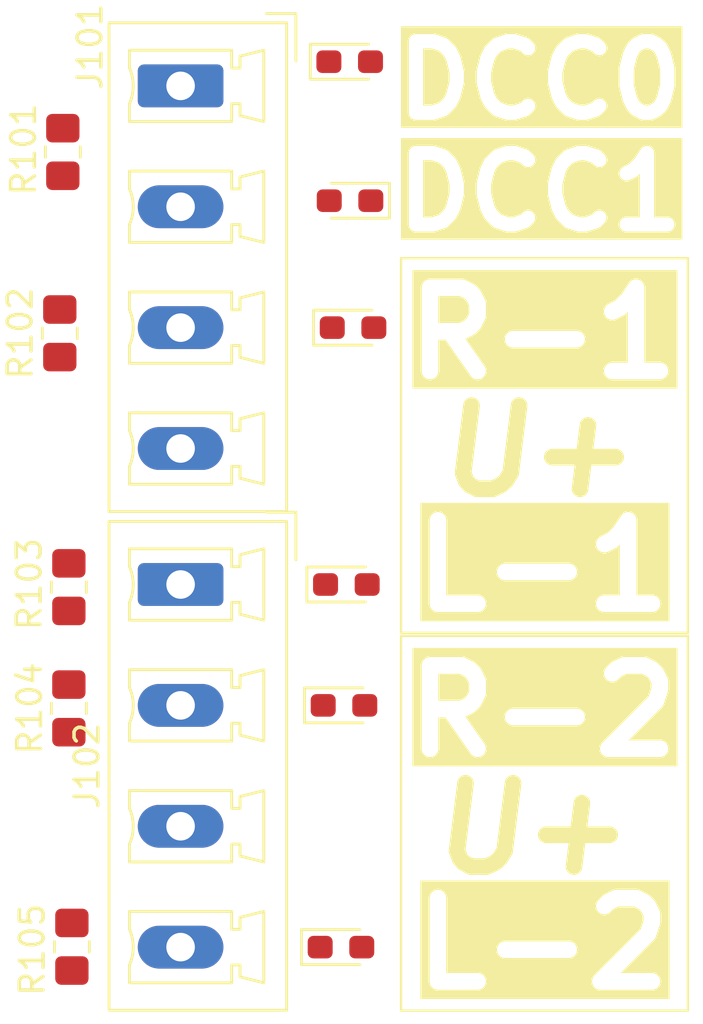
<source format=kicad_pcb>
(kicad_pcb (version 20240108) (generator "pcbnew") (generator_version "8.0")
  (layers (0 "F.Cu" signal) (31 "B.Cu" signal) (34 "B.Paste" user) (35 "F.Paste" user) (36 "B.SilkS" user "B.Silkscreen") (37 "F.SilkS" user "F.Silkscreen") (38 "B.Mask" user) (39 "F.Mask" user) (44 "Edge.Cuts" user))
  (net 0 "")
  (net 1 "/DCC0")
  (net 2 "/U+")
  (net 3 "/DCC1")
  (net 4 "Net-(D101-K)")
  (net 5 "Net-(D103-K)")
  (net 6 "Net-(D104-K)")
  (net 7 "Net-(D105-K)")
  (net 8 "Net-(D106-K)")
  (net 9 "/AMP_FUNC0")
  (net 10 "/AMP_FUNC1")
  (net 11 "/AMP_FUNC2")
  (net 12 "/AMP_FUNC3")
  (footprint "LED_SMD:LED_0603_1608Metric_Pad1.05x0.95mm_HandSolder" (layer "F.Cu") (at 92.597 63.754)
    (property "Reference" "D103" (hide yes))
    (property "Value" "LED_RED")
    (fp_line (start -1.66 -0.735) (end -1.66 0.735) (stroke (width 0.12)) (layer "F.SilkS"))
    (fp_line (start -1.66 0.735) (end 0.8 0.735) (stroke (width 0.12)) (layer "F.SilkS"))
    (fp_line (start 0.8 -0.735) (end -1.66 -0.735) (stroke (width 0.12)) (layer "F.SilkS"))
    (pad "1" smd roundrect (at -0.875 0) (size 1.05 0.95) (layers "F.Cu" "F.Paste" "F.Mask") (net 5 "Net-(D103-K)"))
    (pad "2" smd roundrect (at 0.875 0) (size 1.05 0.95) (layers "F.Cu" "F.Paste" "F.Mask") (net 2 "/U+"))
  )
  (footprint "Resistor_SMD:R_0805_2012Metric_Pad1.20x1.40mm_HandSolder" (layer "F.Cu") (at 80.264 63.992 -90)
    (property "Reference" "R102" (at 0 1.667 90) (layer "F.SilkS"))
    (property "Value" "1k")
    (fp_line (start -0.227064 0.735) (end 0.227064 0.735) (stroke (width 0.12)) (layer "F.SilkS"))
    (fp_line (start -0.227064 -0.735) (end 0.227064 -0.735) (stroke (width 0.12)) (layer "F.SilkS"))
    (pad "1" smd roundrect (at -1 0 270) (size 1.2 1.4) (layers "F.Cu" "F.Paste" "F.Mask") (roundrect_rratio 0.208333) (net 9 "/AMP_FUNC0"))
    (pad "2" smd roundrect (at 1 0 270) (size 1.2 1.4) (layers "F.Cu" "F.Paste" "F.Mask") (roundrect_rratio 0.208333) (net 5 "Net-(D103-K)"))
  )
  (footprint "Resistor_SMD:R_0805_2012Metric_Pad1.20x1.40mm_HandSolder" (layer "F.Cu") (at 80.772 89.773 -90)
    (property "Reference" "R105" (at 0.127 1.667 90) (layer "F.SilkS"))
    (property "Value" "1k")
    (fp_line (start -0.227064 0.735) (end 0.227064 0.735) (stroke (width 0.12)) (layer "F.SilkS"))
    (fp_line (start -0.227064 -0.735) (end 0.227064 -0.735) (stroke (width 0.12)) (layer "F.SilkS"))
    (pad "1" smd roundrect (at -1 0 270) (size 1.2 1.4) (layers "F.Cu" "F.Paste" "F.Mask") (roundrect_rratio 0.208333) (net 12 "/AMP_FUNC3"))
    (pad "2" smd roundrect (at 1 0 270) (size 1.2 1.4) (layers "F.Cu" "F.Paste" "F.Mask") (roundrect_rratio 0.208333) (net 8 "Net-(D106-K)"))
  )
  (footprint "LED_SMD:LED_0603_1608Metric_Pad1.05x0.95mm_HandSolder" (layer "F.Cu") (at 92.456 52.578)
    (property "Reference" "D102" (hide yes))
    (property "Value" "LED_WHITE")
    (fp_line (start -1.66 -0.735) (end -1.66 0.735) (stroke (width 0.12)) (layer "F.SilkS"))
    (fp_line (start -1.66 0.735) (end 0.8 0.735) (stroke (width 0.12)) (layer "F.SilkS"))
    (fp_line (start 0.8 -0.735) (end -1.66 -0.735) (stroke (width 0.12)) (layer "F.SilkS"))
    (pad "1" smd roundrect (at -0.875 0) (size 1.05 0.95) (layers "F.Cu" "F.Paste" "F.Mask") (net 3 "/DCC1"))
    (pad "2" smd roundrect (at 0.875 0) (size 1.05 0.95) (layers "F.Cu" "F.Paste" "F.Mask") (net 4 "Net-(D101-K)"))
  )
  (footprint "Connector_Phoenix_MC_HighVoltage:PhoenixContact_MCV_1,5_4-G-5.08_1x04_P5.08mm_Vertical" (layer "F.Cu") (at 85.344 74.549 -90)
    (property "Reference" "J102" (at 7.62 3.937 90) (layer "F.SilkS"))
    (property "Value" "Conn_01x04")
    (fp_line (start 17.89 3.01) (end 17.89 -4.46) (stroke (width 0.12)) (layer "F.SilkS"))
    (fp_line (start -2.65 3.009999) (end 17.89 3.01) (stroke (width 0.12)) (layer "F.SilkS"))
    (fp_line (start 11.66 2.150001) (end 10.91 2.150001) (stroke (width 0.12)) (layer "F.SilkS"))
    (fp_line (start -1.5 2.15) (end -1.5 -2.15) (stroke (width 0.12)) (layer "F.SilkS"))
    (fp_line (start -0.750001 2.15) (end -1.5 2.15) (stroke (width 0.12)) (layer "F.SilkS"))
    (fp_line (start 1.5 2.15) (end 0.750001 2.15) (stroke (width 0.12)) (layer "F.SilkS"))
    (fp_line (start 3.58 2.15) (end 3.58 -2.15) (stroke (width 0.12)) (layer "F.SilkS"))
    (fp_line (start 4.33 2.15) (end 3.58 2.15) (stroke (width 0.12)) (layer "F.SilkS"))
    (fp_line (start 6.58 2.15) (end 5.83 2.15) (stroke (width 0.12)) (layer "F.SilkS"))
    (fp_line (start 8.66 2.15) (end 8.66 -2.15) (stroke (width 0.12)) (layer "F.SilkS"))
    (fp_line (start 9.41 2.15) (end 8.66 2.15) (stroke (width 0.12)) (layer "F.SilkS"))
    (fp_line (start 13.74 2.15) (end 13.74 -2.15) (stroke (width 0.12)) (layer "F.SilkS"))
    (fp_line (start 14.49 2.15) (end 13.74 2.15) (stroke (width 0.12)) (layer "F.SilkS"))
    (fp_line (start 16.74 2.15) (end 15.99 2.15) (stroke (width 0.12)) (layer "F.SilkS"))
    (fp_line (start -1.5 -2.15) (end -0.750001 -2.15) (stroke (width 0.12)) (layer "F.SilkS"))
    (fp_line (start -0.750001 -2.15) (end -0.75 -2.5) (stroke (width 0.12)) (layer "F.SilkS"))
    (fp_line (start 0.750001 -2.15) (end 1.5 -2.15) (stroke (width 0.12)) (layer "F.SilkS"))
    (fp_line (start 1.5 -2.15) (end 1.5 2.15) (stroke (width 0.12)) (layer "F.SilkS"))
    (fp_line (start 3.58 -2.15) (end 4.33 -2.15) (stroke (width 0.12)) (layer "F.SilkS"))
    (fp_line (start 4.33 -2.15) (end 4.329999 -2.5) (stroke (width 0.12)) (layer "F.SilkS"))
    (fp_line (start 5.83 -2.15) (end 6.58 -2.15) (stroke (width 0.12)) (layer "F.SilkS"))
    (fp_line (start 6.58 -2.15) (end 6.58 2.15) (stroke (width 0.12)) (layer "F.SilkS"))
    (fp_line (start 8.66 -2.15) (end 9.41 -2.15) (stroke (width 0.12)) (layer "F.SilkS"))
    (fp_line (start 9.41 -2.15) (end 9.41 -2.5) (stroke (width 0.12)) (layer "F.SilkS"))
    (fp_line (start 13.74 -2.15) (end 14.49 -2.15) (stroke (width 0.12)) (layer "F.SilkS"))
    (fp_line (start 14.49 -2.15) (end 14.49 -2.5) (stroke (width 0.12)) (layer "F.SilkS"))
    (fp_line (start 15.99 -2.15) (end 16.74 -2.15) (stroke (width 0.12)) (layer "F.SilkS"))
    (fp_line (start 16.74 -2.15) (end 16.74 2.15) (stroke (width 0.12)) (layer "F.SilkS"))
    (fp_line (start 10.91 -2.150001) (end 11.66 -2.150001) (stroke (width 0.12)) (layer "F.SilkS"))
    (fp_line (start 11.66 -2.150001) (end 11.66 2.150001) (stroke (width 0.12)) (layer "F.SilkS"))
    (fp_line (start -1.25 -2.499999) (end -1.5 -3.5) (stroke (width 0.12)) (layer "F.SilkS"))
    (fp_line (start 1.25 -2.499999) (end 0.75 -2.5) (stroke (width 0.12)) (layer "F.SilkS"))
    (fp_line (start 5.83 -2.499999) (end 5.83 -2.15) (stroke (width 0.12)) (layer "F.SilkS"))
    (fp_line (start -0.75 -2.5) (end -1.25 -2.499999) (stroke (width 0.12)) (layer "F.SilkS"))
    (fp_line (start 0.75 -2.5) (end 0.750001 -2.15) (stroke (width 0.12)) (layer "F.SilkS"))
    (fp_line (start 3.83 -2.5) (end 3.58 -3.5) (stroke (width 0.12)) (layer "F.SilkS"))
    (fp_line (start 4.329999 -2.5) (end 3.83 -2.5) (stroke (width 0.12)) (layer "F.SilkS"))
    (fp_line (start 6.33 -2.5) (end 5.83 -2.499999) (stroke (width 0.12)) (layer "F.SilkS"))
    (fp_line (start 8.909999 -2.5) (end 8.66 -3.5) (stroke (width 0.12)) (layer "F.SilkS"))
    (fp_line (start 9.41 -2.5) (end 8.909999 -2.5) (stroke (width 0.12)) (layer "F.SilkS"))
    (fp_line (start 10.91 -2.5) (end 10.91 -2.150001) (stroke (width 0.12)) (layer "F.SilkS"))
    (fp_line (start 11.409999 -2.5) (end 10.91 -2.5) (stroke (width 0.12)) (layer "F.SilkS"))
    (fp_line (start 13.99 -2.5) (end 13.74 -3.5) (stroke (width 0.12)) (layer "F.SilkS"))
    (fp_line (start 14.49 -2.5) (end 13.99 -2.5) (stroke (width 0.12)) (layer "F.SilkS"))
    (fp_line (start 15.989999 -2.5) (end 15.99 -2.15) (stroke (width 0.12)) (layer "F.SilkS"))
    (fp_line (start 16.49 -2.5) (end 15.989999 -2.5) (stroke (width 0.12)) (layer "F.SilkS"))
    (fp_line (start -1.5 -3.5) (end 1.5 -3.5) (stroke (width 0.12)) (layer "F.SilkS"))
    (fp_line (start 1.5 -3.5) (end 1.25 -2.499999) (stroke (width 0.12)) (layer "F.SilkS"))
    (fp_line (start 3.58 -3.5) (end 6.58 -3.5) (stroke (width 0.12)) (layer "F.SilkS"))
    (fp_line (start 6.58 -3.5) (end 6.33 -2.5) (stroke (width 0.12)) (layer "F.SilkS"))
    (fp_line (start 8.66 -3.5) (end 11.66 -3.5) (stroke (width 0.12)) (layer "F.SilkS"))
    (fp_line (start 11.66 -3.5) (end 11.409999 -2.5) (stroke (width 0.12)) (layer "F.SilkS"))
    (fp_line (start 13.74 -3.5) (end 16.74 -3.5) (stroke (width 0.12)) (layer "F.SilkS"))
    (fp_line (start 16.74 -3.5) (end 16.49 -2.5) (stroke (width 0.12)) (layer "F.SilkS"))
    (fp_line (start -3.04 -3.6) (end -3.040001 -4.85) (stroke (width 0.12)) (layer "F.SilkS"))
    (fp_line (start -2.65 -4.46) (end -2.65 3.009999) (stroke (width 0.12)) (layer "F.SilkS"))
    (fp_line (start 17.89 -4.46) (end -2.65 -4.46) (stroke (width 0.12)) (layer "F.SilkS"))
    (fp_line (start -3.040001 -4.85) (end -1.04 -4.85) (stroke (width 0.12)) (layer "F.SilkS"))
    (fp_arc (start -0.750001 2.15) (mid -0.000193 1.991909) (end 0.749647 2.149844) (stroke (width 0.12)) (layer "F.SilkS"))
    (fp_arc (start 4.33 2.15) (mid 5.079807 1.99191) (end 5.829647 2.149844) (stroke (width 0.12)) (layer "F.SilkS"))
    (fp_arc (start 9.41 2.15) (mid 10.159807 1.99191) (end 10.909647 2.149844) (stroke (width 0.12)) (layer "F.SilkS"))
    (fp_arc (start 14.49 2.15) (mid 15.239807 1.99191) (end 15.989647 2.149844) (stroke (width 0.12)) (layer "F.SilkS"))
    (pad "1" thru_hole roundrect (at 0 0 270) (size 1.8 3.6) (drill 1.2) (layers "*.Cu" "*.Mask") (roundrect_rratio 0.138889) (net 10 "/AMP_FUNC1"))
    (pad "2" thru_hole oval (at 5.079999 0 270) (size 1.8 3.6) (drill 1.2) (layers "*.Cu" "*.Mask") (net 11 "/AMP_FUNC2"))
    (pad "3" thru_hole oval (at 10.16 0 270) (size 1.8 3.6) (drill 1.2) (layers "*.Cu" "*.Mask") (net 2 "/U+"))
    (pad "4" thru_hole oval (at 15.24 0 270) (size 1.8 3.6) (drill 1.2) (layers "*.Cu" "*.Mask") (net 12 "/AMP_FUNC3"))
  )
  (footprint "Resistor_SMD:R_0805_2012Metric_Pad1.20x1.40mm_HandSolder" (layer "F.Cu") (at 80.645 74.66 -90)
    (property "Reference" "R103" (at -0.127 1.667 90) (layer "F.SilkS"))
    (property "Value" "1k")
    (fp_line (start -0.227064 0.735) (end 0.227064 0.735) (stroke (width 0.12)) (layer "F.SilkS"))
    (fp_line (start -0.227064 -0.735) (end 0.227064 -0.735) (stroke (width 0.12)) (layer "F.SilkS"))
    (pad "1" smd roundrect (at -1 0 270) (size 1.2 1.4) (layers "F.Cu" "F.Paste" "F.Mask") (roundrect_rratio 0.208333) (net 10 "/AMP_FUNC1"))
    (pad "2" smd roundrect (at 1 0 270) (size 1.2 1.4) (layers "F.Cu" "F.Paste" "F.Mask") (roundrect_rratio 0.208333) (net 6 "Net-(D104-K)"))
  )
  (footprint "Connector_Phoenix_MC_HighVoltage:PhoenixContact_MCV_1,5_4-G-5.08_1x04_P5.08mm_Vertical" (layer "F.Cu") (at 85.344 53.594 -90)
    (property "Reference" "J101" (at -1.651 3.81 90) (layer "F.SilkS"))
    (property "Value" "Conn_01x04")
    (fp_line (start 17.89 3.01) (end 17.89 -4.46) (stroke (width 0.12)) (layer "F.SilkS"))
    (fp_line (start -2.65 3.009999) (end 17.89 3.01) (stroke (width 0.12)) (layer "F.SilkS"))
    (fp_line (start 11.66 2.150001) (end 10.91 2.150001) (stroke (width 0.12)) (layer "F.SilkS"))
    (fp_line (start -1.5 2.15) (end -1.5 -2.15) (stroke (width 0.12)) (layer "F.SilkS"))
    (fp_line (start -0.750001 2.15) (end -1.5 2.15) (stroke (width 0.12)) (layer "F.SilkS"))
    (fp_line (start 1.5 2.15) (end 0.750001 2.15) (stroke (width 0.12)) (layer "F.SilkS"))
    (fp_line (start 3.58 2.15) (end 3.58 -2.15) (stroke (width 0.12)) (layer "F.SilkS"))
    (fp_line (start 4.33 2.15) (end 3.58 2.15) (stroke (width 0.12)) (layer "F.SilkS"))
    (fp_line (start 6.58 2.15) (end 5.83 2.15) (stroke (width 0.12)) (layer "F.SilkS"))
    (fp_line (start 8.66 2.15) (end 8.66 -2.15) (stroke (width 0.12)) (layer "F.SilkS"))
    (fp_line (start 9.41 2.15) (end 8.66 2.15) (stroke (width 0.12)) (layer "F.SilkS"))
    (fp_line (start 13.74 2.15) (end 13.74 -2.15) (stroke (width 0.12)) (layer "F.SilkS"))
    (fp_line (start 14.49 2.15) (end 13.74 2.15) (stroke (width 0.12)) (layer "F.SilkS"))
    (fp_line (start 16.74 2.15) (end 15.99 2.15) (stroke (width 0.12)) (layer "F.SilkS"))
    (fp_line (start -1.5 -2.15) (end -0.750001 -2.15) (stroke (width 0.12)) (layer "F.SilkS"))
    (fp_line (start -0.750001 -2.15) (end -0.75 -2.5) (stroke (width 0.12)) (layer "F.SilkS"))
    (fp_line (start 0.750001 -2.15) (end 1.5 -2.15) (stroke (width 0.12)) (layer "F.SilkS"))
    (fp_line (start 1.5 -2.15) (end 1.5 2.15) (stroke (width 0.12)) (layer "F.SilkS"))
    (fp_line (start 3.58 -2.15) (end 4.33 -2.15) (stroke (width 0.12)) (layer "F.SilkS"))
    (fp_line (start 4.33 -2.15) (end 4.329999 -2.5) (stroke (width 0.12)) (layer "F.SilkS"))
    (fp_line (start 5.83 -2.15) (end 6.58 -2.15) (stroke (width 0.12)) (layer "F.SilkS"))
    (fp_line (start 6.58 -2.15) (end 6.58 2.15) (stroke (width 0.12)) (layer "F.SilkS"))
    (fp_line (start 8.66 -2.15) (end 9.41 -2.15) (stroke (width 0.12)) (layer "F.SilkS"))
    (fp_line (start 9.41 -2.15) (end 9.41 -2.5) (stroke (width 0.12)) (layer "F.SilkS"))
    (fp_line (start 13.74 -2.15) (end 14.49 -2.15) (stroke (width 0.12)) (layer "F.SilkS"))
    (fp_line (start 14.49 -2.15) (end 14.49 -2.5) (stroke (width 0.12)) (layer "F.SilkS"))
    (fp_line (start 15.99 -2.15) (end 16.74 -2.15) (stroke (width 0.12)) (layer "F.SilkS"))
    (fp_line (start 16.74 -2.15) (end 16.74 2.15) (stroke (width 0.12)) (layer "F.SilkS"))
    (fp_line (start 10.91 -2.150001) (end 11.66 -2.150001) (stroke (width 0.12)) (layer "F.SilkS"))
    (fp_line (start 11.66 -2.150001) (end 11.66 2.150001) (stroke (width 0.12)) (layer "F.SilkS"))
    (fp_line (start -1.25 -2.499999) (end -1.5 -3.5) (stroke (width 0.12)) (layer "F.SilkS"))
    (fp_line (start 1.25 -2.499999) (end 0.75 -2.5) (stroke (width 0.12)) (layer "F.SilkS"))
    (fp_line (start 5.83 -2.499999) (end 5.83 -2.15) (stroke (width 0.12)) (layer "F.SilkS"))
    (fp_line (start -0.75 -2.5) (end -1.25 -2.499999) (stroke (width 0.12)) (layer "F.SilkS"))
    (fp_line (start 0.75 -2.5) (end 0.750001 -2.15) (stroke (width 0.12)) (layer "F.SilkS"))
    (fp_line (start 3.83 -2.5) (end 3.58 -3.5) (stroke (width 0.12)) (layer "F.SilkS"))
    (fp_line (start 4.329999 -2.5) (end 3.83 -2.5) (stroke (width 0.12)) (layer "F.SilkS"))
    (fp_line (start 6.33 -2.5) (end 5.83 -2.499999) (stroke (width 0.12)) (layer "F.SilkS"))
    (fp_line (start 8.909999 -2.5) (end 8.66 -3.5) (stroke (width 0.12)) (layer "F.SilkS"))
    (fp_line (start 9.41 -2.5) (end 8.909999 -2.5) (stroke (width 0.12)) (layer "F.SilkS"))
    (fp_line (start 10.91 -2.5) (end 10.91 -2.150001) (stroke (width 0.12)) (layer "F.SilkS"))
    (fp_line (start 11.409999 -2.5) (end 10.91 -2.5) (stroke (width 0.12)) (layer "F.SilkS"))
    (fp_line (start 13.99 -2.5) (end 13.74 -3.5) (stroke (width 0.12)) (layer "F.SilkS"))
    (fp_line (start 14.49 -2.5) (end 13.99 -2.5) (stroke (width 0.12)) (layer "F.SilkS"))
    (fp_line (start 15.989999 -2.5) (end 15.99 -2.15) (stroke (width 0.12)) (layer "F.SilkS"))
    (fp_line (start 16.49 -2.5) (end 15.989999 -2.5) (stroke (width 0.12)) (layer "F.SilkS"))
    (fp_line (start -1.5 -3.5) (end 1.5 -3.5) (stroke (width 0.12)) (layer "F.SilkS"))
    (fp_line (start 1.5 -3.5) (end 1.25 -2.499999) (stroke (width 0.12)) (layer "F.SilkS"))
    (fp_line (start 3.58 -3.5) (end 6.58 -3.5) (stroke (width 0.12)) (layer "F.SilkS"))
    (fp_line (start 6.58 -3.5) (end 6.33 -2.5) (stroke (width 0.12)) (layer "F.SilkS"))
    (fp_line (start 8.66 -3.5) (end 11.66 -3.5) (stroke (width 0.12)) (layer "F.SilkS"))
    (fp_line (start 11.66 -3.5) (end 11.409999 -2.5) (stroke (width 0.12)) (layer "F.SilkS"))
    (fp_line (start 13.74 -3.5) (end 16.74 -3.5) (stroke (width 0.12)) (layer "F.SilkS"))
    (fp_line (start 16.74 -3.5) (end 16.49 -2.5) (stroke (width 0.12)) (layer "F.SilkS"))
    (fp_line (start -3.04 -3.6) (end -3.040001 -4.85) (stroke (width 0.12)) (layer "F.SilkS"))
    (fp_line (start -2.65 -4.46) (end -2.65 3.009999) (stroke (width 0.12)) (layer "F.SilkS"))
    (fp_line (start 17.89 -4.46) (end -2.65 -4.46) (stroke (width 0.12)) (layer "F.SilkS"))
    (fp_line (start -3.040001 -4.85) (end -1.04 -4.85) (stroke (width 0.12)) (layer "F.SilkS"))
    (fp_arc (start -0.750001 2.15) (mid -0.000193 1.991909) (end 0.749647 2.149844) (stroke (width 0.12)) (layer "F.SilkS"))
    (fp_arc (start 4.33 2.15) (mid 5.079807 1.99191) (end 5.829647 2.149844) (stroke (width 0.12)) (layer "F.SilkS"))
    (fp_arc (start 9.41 2.15) (mid 10.159807 1.99191) (end 10.909647 2.149844) (stroke (width 0.12)) (layer "F.SilkS"))
    (fp_arc (start 14.49 2.15) (mid 15.239807 1.99191) (end 15.989647 2.149844) (stroke (width 0.12)) (layer "F.SilkS"))
    (pad "1" thru_hole roundrect (at 0 0 270) (size 1.8 3.6) (drill 1.2) (layers "*.Cu" "*.Mask") (roundrect_rratio 0.138889) (net 1 "/DCC0"))
    (pad "2" thru_hole oval (at 5.079999 0 270) (size 1.8 3.6) (drill 1.2) (layers "*.Cu" "*.Mask") (net 3 "/DCC1"))
    (pad "3" thru_hole oval (at 10.16 0 270) (size 1.8 3.6) (drill 1.2) (layers "*.Cu" "*.Mask") (net 9 "/AMP_FUNC0"))
    (pad "4" thru_hole oval (at 15.24 0 270) (size 1.8 3.6) (drill 1.2) (layers "*.Cu" "*.Mask") (net 2 "/U+"))
  )
  (footprint "Resistor_SMD:R_0805_2012Metric_Pad1.20x1.40mm_HandSolder" (layer "F.Cu") (at 80.391 56.372 -90)
    (property "Reference" "R101" (at -0.111 1.651 90) (layer "F.SilkS"))
    (property "Value" "10k")
    (fp_line (start -0.227064 0.735) (end 0.227064 0.735) (stroke (width 0.12)) (layer "F.SilkS"))
    (fp_line (start -0.227064 -0.735) (end 0.227064 -0.735) (stroke (width 0.12)) (layer "F.SilkS"))
    (pad "1" smd roundrect (at -1 0 270) (size 1.2 1.4) (layers "F.Cu" "F.Paste" "F.Mask") (roundrect_rratio 0.208333) (net 1 "/DCC0"))
    (pad "2" smd roundrect (at 1 0 270) (size 1.2 1.4) (layers "F.Cu" "F.Paste" "F.Mask") (roundrect_rratio 0.208333) (net 4 "Net-(D101-K)"))
  )
  (footprint "LED_SMD:LED_0603_1608Metric_Pad1.05x0.95mm_HandSolder" (layer "F.Cu") (at 92.47 58.42 180)
    (property "Reference" "D101" (hide yes))
    (property "Value" "LED_YELLOW")
    (fp_line (start 0.8 -0.735) (end -1.66 -0.735) (stroke (width 0.12)) (layer "F.SilkS"))
    (fp_line (start -1.66 0.735) (end 0.8 0.735) (stroke (width 0.12)) (layer "F.SilkS"))
    (fp_line (start -1.66 -0.735) (end -1.66 0.735) (stroke (width 0.12)) (layer "F.SilkS"))
    (pad "1" smd roundrect (at -0.874999 0 180) (size 1.05 0.95) (layers "F.Cu" "F.Paste" "F.Mask") (net 4 "Net-(D101-K)"))
    (pad "2" smd roundrect (at 0.874999 0 180) (size 1.05 0.95) (layers "F.Cu" "F.Paste" "F.Mask") (net 3 "/DCC1"))
  )
  (footprint "LED_SMD:LED_0603_1608Metric_Pad1.05x0.95mm_HandSolder" (layer "F.Cu") (at 92.315 74.549)
    (property "Reference" "D104" (hide yes))
    (property "Value" "LED_GREEN")
    (fp_line (start -1.66 -0.735) (end -1.66 0.735) (stroke (width 0.12)) (layer "F.SilkS"))
    (fp_line (start -1.66 0.735) (end 0.8 0.735) (stroke (width 0.12)) (layer "F.SilkS"))
    (fp_line (start 0.8 -0.735) (end -1.66 -0.735) (stroke (width 0.12)) (layer "F.SilkS"))
    (pad "1" smd roundrect (at -0.875 0) (size 1.05 0.95) (layers "F.Cu" "F.Paste" "F.Mask") (net 6 "Net-(D104-K)"))
    (pad "2" smd roundrect (at 0.875 0) (size 1.05 0.95) (layers "F.Cu" "F.Paste" "F.Mask") (net 2 "/U+"))
  )
  (footprint "Resistor_SMD:R_0805_2012Metric_Pad1.20x1.40mm_HandSolder" (layer "F.Cu") (at 80.645 79.756 90)
    (property "Reference" "R104" (at 0 -1.65 90) (layer "F.SilkS"))
    (property "Value" "1k")
    (fp_line (start -0.227064 -0.735) (end 0.227064 -0.735) (stroke (width 0.12)) (layer "F.SilkS"))
    (fp_line (start -0.227064 0.735) (end 0.227064 0.735) (stroke (width 0.12)) (layer "F.SilkS"))
    (pad "1" smd roundrect (at -1 0 90) (size 1.2 1.4) (layers "F.Cu" "F.Paste" "F.Mask") (roundrect_rratio 0.208333) (net 11 "/AMP_FUNC2"))
    (pad "2" smd roundrect (at 1 0 90) (size 1.2 1.4) (layers "F.Cu" "F.Paste" "F.Mask") (roundrect_rratio 0.208333) (net 7 "Net-(D105-K)"))
  )
  (footprint "LED_SMD:LED_0603_1608Metric_Pad1.05x0.95mm_HandSolder" (layer "F.Cu") (at 92.089 89.789)
    (property "Reference" "D106" (hide yes))
    (property "Value" "LED_GREEN")
    (fp_line (start -1.66 -0.735) (end -1.66 0.735) (stroke (width 0.12)) (layer "F.SilkS"))
    (fp_line (start -1.66 0.735) (end 0.8 0.735) (stroke (width 0.12)) (layer "F.SilkS"))
    (fp_line (start 0.8 -0.735) (end -1.66 -0.735) (stroke (width 0.12)) (layer "F.SilkS"))
    (pad "1" smd roundrect (at -0.875 0) (size 1.05 0.95) (layers "F.Cu" "F.Paste" "F.Mask") (net 8 "Net-(D106-K)"))
    (pad "2" smd roundrect (at 0.875 0) (size 1.05 0.95) (layers "F.Cu" "F.Paste" "F.Mask") (net 2 "/U+"))
  )
  (footprint "LED_SMD:LED_0603_1608Metric_Pad1.05x0.95mm_HandSolder" (layer "F.Cu") (at 92.216 79.629)
    (property "Reference" "D105" (hide yes))
    (property "Value" "LED_RED")
    (fp_line (start -1.66 -0.735) (end -1.66 0.735) (stroke (width 0.12)) (layer "F.SilkS"))
    (fp_line (start -1.66 0.735) (end 0.8 0.735) (stroke (width 0.12)) (layer "F.SilkS"))
    (fp_line (start 0.8 -0.735) (end -1.66 -0.735) (stroke (width 0.12)) (layer "F.SilkS"))
    (pad "1" smd roundrect (at -0.875 0) (size 1.05 0.95) (layers "F.Cu" "F.Paste" "F.Mask") (net 7 "Net-(D105-K)"))
    (pad "2" smd roundrect (at 0.875 0) (size 1.05 0.95) (layers "F.Cu" "F.Paste" "F.Mask") (net 2 "/U+"))
  )
  (gr_rect (start 94.615 76.708) (end 106.68 92.456) (stroke (width 0.1)) (fill none) (layer "F.SilkS"))
  (gr_rect (start 94.615 60.833) (end 106.68 76.581) (stroke (width 0.1)) (fill none) (layer "F.SilkS"))
  (gr_text "DCC1" (at 100.457 59.817 0) (layer "F.SilkS" knockout) (effects (font (size 3 3) (thickness 0.6) (bold yes)) (justify bottom)))
  (gr_text "L-1" (at 100.584 75.819 0) (layer "F.SilkS" knockout) (effects (font (size 3.5 3.5) (thickness 0.7) (bold yes)) (justify bottom)))
  (gr_text "DCC0" (at 100.457 55.118 0) (layer "F.SilkS" knockout) (effects (font (size 3 3) (thickness 0.6) (bold yes)) (justify bottom)))
  (gr_text "U+" (at 100.076 86.868 0) (layer "F.SilkS") (effects (font (size 3.5 3.5) (thickness 0.7) (bold yes) (italic yes)) (justify bottom)))
  (gr_text "R-2" (at 100.584 81.915 0) (layer "F.SilkS" knockout) (effects (font (size 3.5 3.5) (thickness 0.7) (bold yes)) (justify bottom)))
  (gr_text "U+" (at 100.33 70.993 0) (layer "F.SilkS") (effects (font (size 3.5 3.5) (thickness 0.7) (bold yes) (italic yes)) (justify bottom)))
  (gr_text "L-2" (at 100.584 91.694 0) (layer "F.SilkS" knockout) (effects (font (size 3.5 3.5) (thickness 0.7) (bold yes)) (justify bottom)))
  (gr_text "R-1" (at 100.584 66.04 0) (layer "F.SilkS" knockout) (effects (font (size 3.5 3.5) (thickness 0.7) (bold yes)) (justify bottom)))
)
</source>
